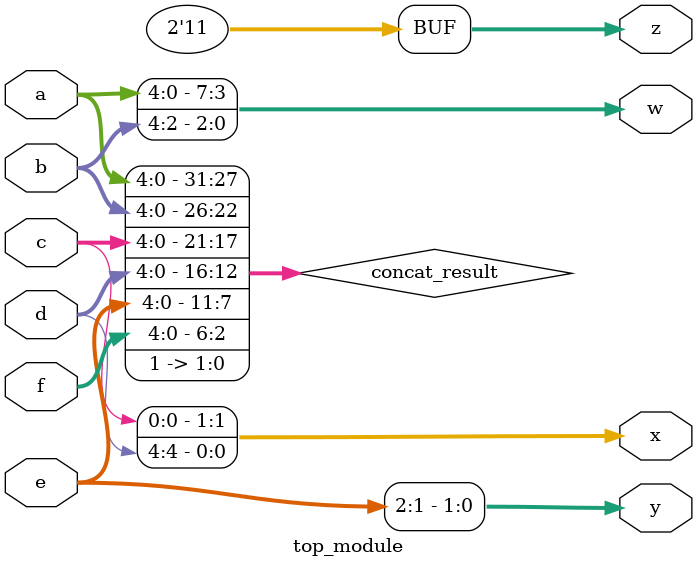
<source format=sv>
module top_module (
    input [4:0] a,
    input [4:0] b,
    input [4:0] c,
    input [4:0] d,
    input [4:0] e,
    input [4:0] f,
    output [7:0] w,
    output [7:8] x,
    output [7:8] y,
    output [7:8] z
);
    wire [31:0] concat_result; // 30 bits input concatenation + 2 bits '1'

    // Concatenate the inputs and then add the two 1s at the LSB positions
    assign concat_result = {a, b, c, d, e, f, 2'b11};
    
    // Split the 32-bit result into four 8-bit output vectors
    assign w = concat_result[31:24];
    assign x = concat_result[23:16];
    assign y = concat_result[15:8];
    assign z = concat_result[7:0];

endmodule

</source>
